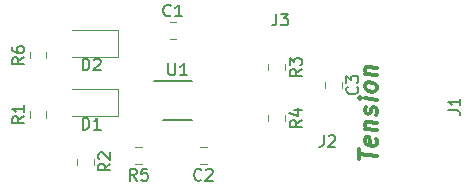
<source format=gbr>
G04 #@! TF.GenerationSoftware,KiCad,Pcbnew,(5.1.0)-1*
G04 #@! TF.CreationDate,2019-05-18T16:03:49-06:00*
G04 #@! TF.ProjectId,Tension,54656e73-696f-46e2-9e6b-696361645f70,rev?*
G04 #@! TF.SameCoordinates,Original*
G04 #@! TF.FileFunction,Legend,Top*
G04 #@! TF.FilePolarity,Positive*
%FSLAX46Y46*%
G04 Gerber Fmt 4.6, Leading zero omitted, Abs format (unit mm)*
G04 Created by KiCad (PCBNEW (5.1.0)-1) date 2019-05-18 16:03:49*
%MOMM*%
%LPD*%
G04 APERTURE LIST*
%ADD10C,0.300000*%
%ADD11C,0.120000*%
%ADD12C,0.150000*%
G04 APERTURE END LIST*
D10*
X170178571Y-73290000D02*
X170178571Y-72432857D01*
X171678571Y-73048928D02*
X170178571Y-72861428D01*
X171607142Y-71540000D02*
X171678571Y-71691785D01*
X171678571Y-71977500D01*
X171607142Y-72111428D01*
X171464285Y-72165000D01*
X170892857Y-72093571D01*
X170750000Y-72004285D01*
X170678571Y-71852500D01*
X170678571Y-71566785D01*
X170750000Y-71432857D01*
X170892857Y-71379285D01*
X171035714Y-71397142D01*
X171178571Y-72129285D01*
X170678571Y-70709642D02*
X171678571Y-70834642D01*
X170821428Y-70727500D02*
X170750000Y-70647142D01*
X170678571Y-70495357D01*
X170678571Y-70281071D01*
X170750000Y-70147142D01*
X170892857Y-70093571D01*
X171678571Y-70191785D01*
X171607142Y-69540000D02*
X171678571Y-69406071D01*
X171678571Y-69120357D01*
X171607142Y-68968571D01*
X171464285Y-68879285D01*
X171392857Y-68870357D01*
X171250000Y-68923928D01*
X171178571Y-69057857D01*
X171178571Y-69272142D01*
X171107142Y-69406071D01*
X170964285Y-69459642D01*
X170892857Y-69450714D01*
X170750000Y-69361428D01*
X170678571Y-69209642D01*
X170678571Y-68995357D01*
X170750000Y-68861428D01*
X171678571Y-68263214D02*
X170678571Y-68138214D01*
X170178571Y-68075714D02*
X170250000Y-68156071D01*
X170321428Y-68093571D01*
X170250000Y-68013214D01*
X170178571Y-68075714D01*
X170321428Y-68093571D01*
X171678571Y-67334642D02*
X171607142Y-67468571D01*
X171535714Y-67531071D01*
X171392857Y-67584642D01*
X170964285Y-67531071D01*
X170821428Y-67441785D01*
X170750000Y-67361428D01*
X170678571Y-67209642D01*
X170678571Y-66995357D01*
X170750000Y-66861428D01*
X170821428Y-66798928D01*
X170964285Y-66745357D01*
X171392857Y-66798928D01*
X171535714Y-66888214D01*
X171607142Y-66968571D01*
X171678571Y-67120357D01*
X171678571Y-67334642D01*
X170678571Y-66066785D02*
X171678571Y-66191785D01*
X170821428Y-66084642D02*
X170750000Y-66004285D01*
X170678571Y-65852500D01*
X170678571Y-65638214D01*
X170750000Y-65504285D01*
X170892857Y-65450714D01*
X171678571Y-65548928D01*
D11*
X149785000Y-67365000D02*
X145900000Y-67365000D01*
X149785000Y-69635000D02*
X149785000Y-67365000D01*
X145900000Y-69635000D02*
X149785000Y-69635000D01*
X143710000Y-64758578D02*
X143710000Y-64241422D01*
X142290000Y-64758578D02*
X142290000Y-64241422D01*
X149785000Y-62365000D02*
X145900000Y-62365000D01*
X149785000Y-64635000D02*
X149785000Y-62365000D01*
X145900000Y-64635000D02*
X149785000Y-64635000D01*
X154141422Y-63110000D02*
X154658578Y-63110000D01*
X154141422Y-61690000D02*
X154658578Y-61690000D01*
X157258578Y-72290000D02*
X156741422Y-72290000D01*
X157258578Y-73710000D02*
X156741422Y-73710000D01*
X143710000Y-69758578D02*
X143710000Y-69241422D01*
X142290000Y-69758578D02*
X142290000Y-69241422D01*
X146290000Y-73241422D02*
X146290000Y-73758578D01*
X147710000Y-73241422D02*
X147710000Y-73758578D01*
X162490000Y-65241422D02*
X162490000Y-65758578D01*
X163910000Y-65241422D02*
X163910000Y-65758578D01*
X162490000Y-69541422D02*
X162490000Y-70058578D01*
X163910000Y-69541422D02*
X163910000Y-70058578D01*
X151758578Y-72290000D02*
X151241422Y-72290000D01*
X151758578Y-73710000D02*
X151241422Y-73710000D01*
D12*
X152850000Y-66650000D02*
X156025000Y-66650000D01*
X153575000Y-69950000D02*
X156025000Y-69950000D01*
D11*
X167290000Y-66741422D02*
X167290000Y-67258578D01*
X168710000Y-66741422D02*
X168710000Y-67258578D01*
D12*
X146761904Y-70772380D02*
X146761904Y-69772380D01*
X147000000Y-69772380D01*
X147142857Y-69820000D01*
X147238095Y-69915238D01*
X147285714Y-70010476D01*
X147333333Y-70200952D01*
X147333333Y-70343809D01*
X147285714Y-70534285D01*
X147238095Y-70629523D01*
X147142857Y-70724761D01*
X147000000Y-70772380D01*
X146761904Y-70772380D01*
X148285714Y-70772380D02*
X147714285Y-70772380D01*
X148000000Y-70772380D02*
X148000000Y-69772380D01*
X147904761Y-69915238D01*
X147809523Y-70010476D01*
X147714285Y-70058095D01*
X141802380Y-64666666D02*
X141326190Y-65000000D01*
X141802380Y-65238095D02*
X140802380Y-65238095D01*
X140802380Y-64857142D01*
X140850000Y-64761904D01*
X140897619Y-64714285D01*
X140992857Y-64666666D01*
X141135714Y-64666666D01*
X141230952Y-64714285D01*
X141278571Y-64761904D01*
X141326190Y-64857142D01*
X141326190Y-65238095D01*
X140802380Y-63809523D02*
X140802380Y-64000000D01*
X140850000Y-64095238D01*
X140897619Y-64142857D01*
X141040476Y-64238095D01*
X141230952Y-64285714D01*
X141611904Y-64285714D01*
X141707142Y-64238095D01*
X141754761Y-64190476D01*
X141802380Y-64095238D01*
X141802380Y-63904761D01*
X141754761Y-63809523D01*
X141707142Y-63761904D01*
X141611904Y-63714285D01*
X141373809Y-63714285D01*
X141278571Y-63761904D01*
X141230952Y-63809523D01*
X141183333Y-63904761D01*
X141183333Y-64095238D01*
X141230952Y-64190476D01*
X141278571Y-64238095D01*
X141373809Y-64285714D01*
X146761904Y-65772380D02*
X146761904Y-64772380D01*
X147000000Y-64772380D01*
X147142857Y-64820000D01*
X147238095Y-64915238D01*
X147285714Y-65010476D01*
X147333333Y-65200952D01*
X147333333Y-65343809D01*
X147285714Y-65534285D01*
X147238095Y-65629523D01*
X147142857Y-65724761D01*
X147000000Y-65772380D01*
X146761904Y-65772380D01*
X147714285Y-64867619D02*
X147761904Y-64820000D01*
X147857142Y-64772380D01*
X148095238Y-64772380D01*
X148190476Y-64820000D01*
X148238095Y-64867619D01*
X148285714Y-64962857D01*
X148285714Y-65058095D01*
X148238095Y-65200952D01*
X147666666Y-65772380D01*
X148285714Y-65772380D01*
X177727380Y-69148333D02*
X178441666Y-69148333D01*
X178584523Y-69195952D01*
X178679761Y-69291190D01*
X178727380Y-69434047D01*
X178727380Y-69529285D01*
X178727380Y-68148333D02*
X178727380Y-68719761D01*
X178727380Y-68434047D02*
X177727380Y-68434047D01*
X177870238Y-68529285D01*
X177965476Y-68624523D01*
X178013095Y-68719761D01*
X154233333Y-61107142D02*
X154185714Y-61154761D01*
X154042857Y-61202380D01*
X153947619Y-61202380D01*
X153804761Y-61154761D01*
X153709523Y-61059523D01*
X153661904Y-60964285D01*
X153614285Y-60773809D01*
X153614285Y-60630952D01*
X153661904Y-60440476D01*
X153709523Y-60345238D01*
X153804761Y-60250000D01*
X153947619Y-60202380D01*
X154042857Y-60202380D01*
X154185714Y-60250000D01*
X154233333Y-60297619D01*
X155185714Y-61202380D02*
X154614285Y-61202380D01*
X154900000Y-61202380D02*
X154900000Y-60202380D01*
X154804761Y-60345238D01*
X154709523Y-60440476D01*
X154614285Y-60488095D01*
X156833333Y-75007142D02*
X156785714Y-75054761D01*
X156642857Y-75102380D01*
X156547619Y-75102380D01*
X156404761Y-75054761D01*
X156309523Y-74959523D01*
X156261904Y-74864285D01*
X156214285Y-74673809D01*
X156214285Y-74530952D01*
X156261904Y-74340476D01*
X156309523Y-74245238D01*
X156404761Y-74150000D01*
X156547619Y-74102380D01*
X156642857Y-74102380D01*
X156785714Y-74150000D01*
X156833333Y-74197619D01*
X157214285Y-74197619D02*
X157261904Y-74150000D01*
X157357142Y-74102380D01*
X157595238Y-74102380D01*
X157690476Y-74150000D01*
X157738095Y-74197619D01*
X157785714Y-74292857D01*
X157785714Y-74388095D01*
X157738095Y-74530952D01*
X157166666Y-75102380D01*
X157785714Y-75102380D01*
X141802380Y-69666666D02*
X141326190Y-70000000D01*
X141802380Y-70238095D02*
X140802380Y-70238095D01*
X140802380Y-69857142D01*
X140850000Y-69761904D01*
X140897619Y-69714285D01*
X140992857Y-69666666D01*
X141135714Y-69666666D01*
X141230952Y-69714285D01*
X141278571Y-69761904D01*
X141326190Y-69857142D01*
X141326190Y-70238095D01*
X141802380Y-68714285D02*
X141802380Y-69285714D01*
X141802380Y-69000000D02*
X140802380Y-69000000D01*
X140945238Y-69095238D01*
X141040476Y-69190476D01*
X141088095Y-69285714D01*
X149102380Y-73666666D02*
X148626190Y-74000000D01*
X149102380Y-74238095D02*
X148102380Y-74238095D01*
X148102380Y-73857142D01*
X148150000Y-73761904D01*
X148197619Y-73714285D01*
X148292857Y-73666666D01*
X148435714Y-73666666D01*
X148530952Y-73714285D01*
X148578571Y-73761904D01*
X148626190Y-73857142D01*
X148626190Y-74238095D01*
X148197619Y-73285714D02*
X148150000Y-73238095D01*
X148102380Y-73142857D01*
X148102380Y-72904761D01*
X148150000Y-72809523D01*
X148197619Y-72761904D01*
X148292857Y-72714285D01*
X148388095Y-72714285D01*
X148530952Y-72761904D01*
X149102380Y-73333333D01*
X149102380Y-72714285D01*
X165302380Y-65666666D02*
X164826190Y-66000000D01*
X165302380Y-66238095D02*
X164302380Y-66238095D01*
X164302380Y-65857142D01*
X164350000Y-65761904D01*
X164397619Y-65714285D01*
X164492857Y-65666666D01*
X164635714Y-65666666D01*
X164730952Y-65714285D01*
X164778571Y-65761904D01*
X164826190Y-65857142D01*
X164826190Y-66238095D01*
X164302380Y-65333333D02*
X164302380Y-64714285D01*
X164683333Y-65047619D01*
X164683333Y-64904761D01*
X164730952Y-64809523D01*
X164778571Y-64761904D01*
X164873809Y-64714285D01*
X165111904Y-64714285D01*
X165207142Y-64761904D01*
X165254761Y-64809523D01*
X165302380Y-64904761D01*
X165302380Y-65190476D01*
X165254761Y-65285714D01*
X165207142Y-65333333D01*
X165302380Y-69966666D02*
X164826190Y-70300000D01*
X165302380Y-70538095D02*
X164302380Y-70538095D01*
X164302380Y-70157142D01*
X164350000Y-70061904D01*
X164397619Y-70014285D01*
X164492857Y-69966666D01*
X164635714Y-69966666D01*
X164730952Y-70014285D01*
X164778571Y-70061904D01*
X164826190Y-70157142D01*
X164826190Y-70538095D01*
X164635714Y-69109523D02*
X165302380Y-69109523D01*
X164254761Y-69347619D02*
X164969047Y-69585714D01*
X164969047Y-68966666D01*
X151333333Y-75102380D02*
X151000000Y-74626190D01*
X150761904Y-75102380D02*
X150761904Y-74102380D01*
X151142857Y-74102380D01*
X151238095Y-74150000D01*
X151285714Y-74197619D01*
X151333333Y-74292857D01*
X151333333Y-74435714D01*
X151285714Y-74530952D01*
X151238095Y-74578571D01*
X151142857Y-74626190D01*
X150761904Y-74626190D01*
X152238095Y-74102380D02*
X151761904Y-74102380D01*
X151714285Y-74578571D01*
X151761904Y-74530952D01*
X151857142Y-74483333D01*
X152095238Y-74483333D01*
X152190476Y-74530952D01*
X152238095Y-74578571D01*
X152285714Y-74673809D01*
X152285714Y-74911904D01*
X152238095Y-75007142D01*
X152190476Y-75054761D01*
X152095238Y-75102380D01*
X151857142Y-75102380D01*
X151761904Y-75054761D01*
X151714285Y-75007142D01*
X154038095Y-65177380D02*
X154038095Y-65986904D01*
X154085714Y-66082142D01*
X154133333Y-66129761D01*
X154228571Y-66177380D01*
X154419047Y-66177380D01*
X154514285Y-66129761D01*
X154561904Y-66082142D01*
X154609523Y-65986904D01*
X154609523Y-65177380D01*
X155609523Y-66177380D02*
X155038095Y-66177380D01*
X155323809Y-66177380D02*
X155323809Y-65177380D01*
X155228571Y-65320238D01*
X155133333Y-65415476D01*
X155038095Y-65463095D01*
X167166666Y-71242380D02*
X167166666Y-71956666D01*
X167119047Y-72099523D01*
X167023809Y-72194761D01*
X166880952Y-72242380D01*
X166785714Y-72242380D01*
X167595238Y-71337619D02*
X167642857Y-71290000D01*
X167738095Y-71242380D01*
X167976190Y-71242380D01*
X168071428Y-71290000D01*
X168119047Y-71337619D01*
X168166666Y-71432857D01*
X168166666Y-71528095D01*
X168119047Y-71670952D01*
X167547619Y-72242380D01*
X168166666Y-72242380D01*
X163166666Y-60952380D02*
X163166666Y-61666666D01*
X163119047Y-61809523D01*
X163023809Y-61904761D01*
X162880952Y-61952380D01*
X162785714Y-61952380D01*
X163547619Y-60952380D02*
X164166666Y-60952380D01*
X163833333Y-61333333D01*
X163976190Y-61333333D01*
X164071428Y-61380952D01*
X164119047Y-61428571D01*
X164166666Y-61523809D01*
X164166666Y-61761904D01*
X164119047Y-61857142D01*
X164071428Y-61904761D01*
X163976190Y-61952380D01*
X163690476Y-61952380D01*
X163595238Y-61904761D01*
X163547619Y-61857142D01*
X170007142Y-67166666D02*
X170054761Y-67214285D01*
X170102380Y-67357142D01*
X170102380Y-67452380D01*
X170054761Y-67595238D01*
X169959523Y-67690476D01*
X169864285Y-67738095D01*
X169673809Y-67785714D01*
X169530952Y-67785714D01*
X169340476Y-67738095D01*
X169245238Y-67690476D01*
X169150000Y-67595238D01*
X169102380Y-67452380D01*
X169102380Y-67357142D01*
X169150000Y-67214285D01*
X169197619Y-67166666D01*
X169102380Y-66833333D02*
X169102380Y-66214285D01*
X169483333Y-66547619D01*
X169483333Y-66404761D01*
X169530952Y-66309523D01*
X169578571Y-66261904D01*
X169673809Y-66214285D01*
X169911904Y-66214285D01*
X170007142Y-66261904D01*
X170054761Y-66309523D01*
X170102380Y-66404761D01*
X170102380Y-66690476D01*
X170054761Y-66785714D01*
X170007142Y-66833333D01*
M02*

</source>
